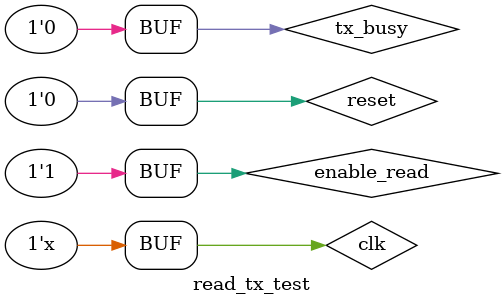
<source format=sv>
`timescale 1ns / 1ps


module read_tx_test(

    );

    localparam  MEMORY_DEPTH = 8;
    localparam  ADDRESS_WIDTH = $clog2(MEMORY_DEPTH);
    localparam  WAIT_READ_CYCLES = 3;

    logic clk, reset, enable_read, tx_busy, done, tx_start;
    logic [ADDRESS_WIDTH-1:0] read_address;

    read_tx #(
      .MEMORY_DEPTH(MEMORY_DEPTH),
      .ADDRESS_WIDTH(ADDRESS_WIDTH),
      .WAIT_READ_CYCLES(WAIT_READ_CYCLES)
    )
    FSM_READ_TX
    (
      .clk(clk),
      .reset(reset),
      .enable(enable_read),
      .tx_busy(tx_busy),
      .read_address(read_address),
      .done(done),
      .tx_start(tx_start)
    );

    always #5 clk=~clk;
    initial begin
      clk = 1'b0;
      reset = 1'b1;
      enable_read = 1'b0;
      tx_busy = 1'b0;
      #10 reset = 1'b0;
      #10 enable_read = 1'b1;

    end
endmodule

</source>
